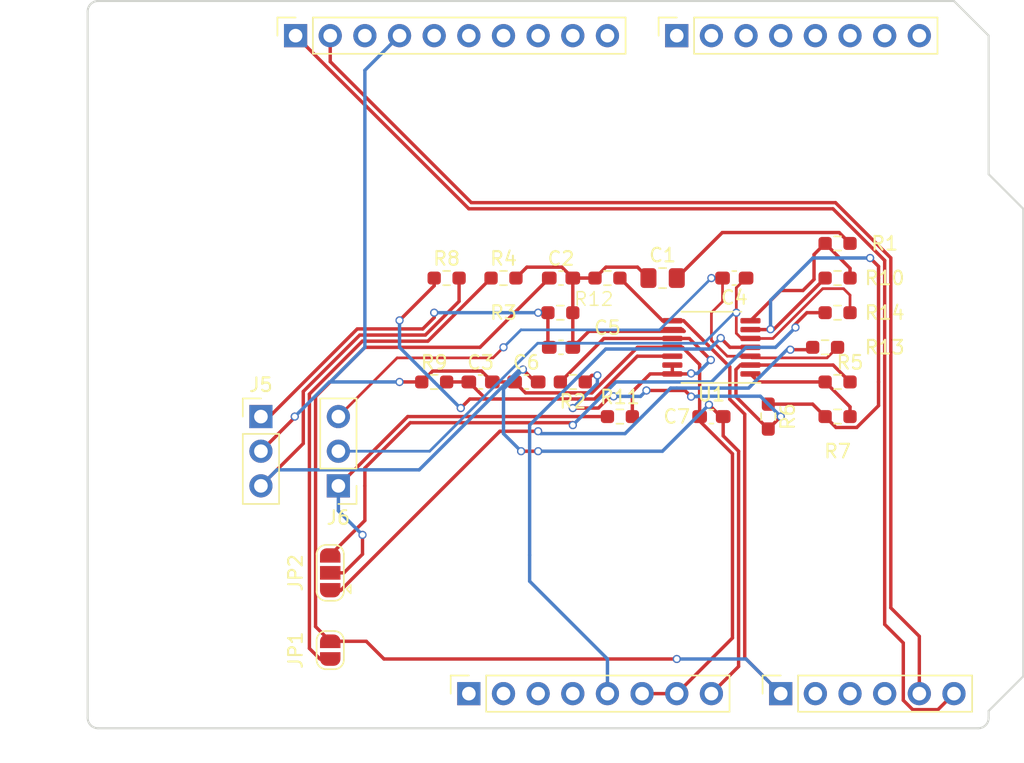
<source format=kicad_pcb>
(kicad_pcb (version 20221018) (generator pcbnew)
  (title_block (date "mar. 31 mars 2015"))
  (layers (0 "F.Cu" signal) (31 "B.Cu" signal) (34 "B.Paste" user) (35 "F.Paste" user) (36 "B.SilkS" user "B.Silkscreen") (37 "F.SilkS" user "F.Silkscreen") (38 "B.Mask" user) (39 "F.Mask" user) (44 "Edge.Cuts" user))
  (net 0 "")
  (net 1 "GND")
  (net 3 "+5V")
  (net 4 "/IOREF")
  (net 5 "/A1")
  (net 6 "/A2")
  (net 7 "/A3")
  (net 8 "/SDA{slash}A4")
  (net 9 "/SCL{slash}A5")
  (net 10 "/13")
  (net 11 "/12")
  (net 12 "/AREF")
  (net 13 "/8")
  (net 14 "/7")
  (net 15 "/*11")
  (net 16 "/*10")
  (net 17 "/*9")
  (net 18 "/4")
  (net 19 "/2")
  (net 20 "/*6")
  (net 21 "/*5")
  (net 22 "/TX{slash}1")
  (net 23 "/*3")
  (net 24 "/RX{slash}0")
  (net 25 "+3V3")
  (net 26 "VCC")
  (net 27 "/~{RESET}")
  (net 28 "bpfIN")
  (net 29 "Net-(C1-Pad2)")
  (net 30 "Net-(U1D-+)")
  (net 31 "IN+")
  (net 32 "IN-")
  (net 33 "bpfOUT")
  (net 34 "DRL")
  (net 35 "Net-(JP1-A)")
  (net 36 "Net-(JP2-A)")
  (net 37 "Net-(JP2-B)")
  (net 38 "inaOUT")
  (net 39 "Net-(U1A--)")
  (net 40 "ampRef")
  (net 41 "Net-(R5-Pad1)")
  (net 42 "Net-(U1B--)")
  (net 43 "/A0")
  (footprint "Connector_PinSocket_2.54mm:PinSocket_1x08_P2.54mm_Vertical" (layer "F.Cu") (at 127.94 97.46 90)
    (fp_text reference "J1" hide)
    (fp_text value "Power")
    (pad "1" thru_hole rect locked (at 0 0 90) (size 1.7 1.7) (drill 1) (layers "*.Cu" "*.Mask"))
    (pad "2" thru_hole oval locked (at 0 2.54 90) (size 1.7 1.7) (drill 1) (layers "*.Cu" "*.Mask") (net 4 "/IOREF"))
    (pad "3" thru_hole oval locked (at 0 5.08 90) (size 1.7 1.7) (drill 1) (layers "*.Cu" "*.Mask") (net 27 "/~{RESET}"))
    (pad "4" thru_hole oval locked (at 0 7.62 90) (size 1.7 1.7) (drill 1) (layers "*.Cu" "*.Mask") (net 25 "+3V3"))
    (pad "5" thru_hole oval locked (at 0 10.16 90) (size 1.7 1.7) (drill 1) (layers "*.Cu" "*.Mask") (net 3 "+5V"))
    (pad "6" thru_hole oval locked (at 0 12.7 90) (size 1.7 1.7) (drill 1) (layers "*.Cu" "*.Mask") (net 1 "GND"))
    (pad "7" thru_hole oval locked (at 0 15.24 90) (size 1.7 1.7) (drill 1) (layers "*.Cu" "*.Mask") (net 1 "GND"))
    (pad "8" thru_hole oval locked (at 0 17.78 90) (size 1.7 1.7) (drill 1) (layers "*.Cu" "*.Mask") (net 26 "VCC"))
  )
  (footprint "Connector_PinSocket_2.54mm:PinSocket_1x06_P2.54mm_Vertical" (layer "F.Cu") (at 150.8 97.46 90)
    (fp_text reference "J2" hide)
    (fp_text value "Analog")
    (pad "1" thru_hole rect locked (at 0 0 90) (size 1.7 1.7) (drill 1) (layers "*.Cu" "*.Mask") (net 43 "/A0"))
    (pad "2" thru_hole oval locked (at 0 2.54 90) (size 1.7 1.7) (drill 1) (layers "*.Cu" "*.Mask") (net 5 "/A1"))
    (pad "3" thru_hole oval locked (at 0 5.08 90) (size 1.7 1.7) (drill 1) (layers "*.Cu" "*.Mask") (net 6 "/A2"))
    (pad "4" thru_hole oval locked (at 0 7.62 90) (size 1.7 1.7) (drill 1) (layers "*.Cu" "*.Mask") (net 7 "/A3"))
    (pad "5" thru_hole oval locked (at 0 10.16 90) (size 1.7 1.7) (drill 1) (layers "*.Cu" "*.Mask") (net 8 "/SDA{slash}A4"))
    (pad "6" thru_hole oval locked (at 0 12.7 90) (size 1.7 1.7) (drill 1) (layers "*.Cu" "*.Mask") (net 9 "/SCL{slash}A5"))
  )
  (footprint "Connector_PinSocket_2.54mm:PinSocket_1x10_P2.54mm_Vertical" (layer "F.Cu") (at 115.24 49.2 90)
    (fp_text reference "J3" hide)
    (fp_text value "Digital/PWM")
    (pad "1" thru_hole rect locked (at 0 0 90) (size 1.7 1.7) (drill 1) (layers "*.Cu" "*.Mask") (net 9 "/SCL{slash}A5"))
    (pad "2" thru_hole oval locked (at 0 2.54 90) (size 1.7 1.7) (drill 1) (layers "*.Cu" "*.Mask") (net 8 "/SDA{slash}A4"))
    (pad "3" thru_hole oval locked (at 0 5.08 90) (size 1.7 1.7) (drill 1) (layers "*.Cu" "*.Mask") (net 12 "/AREF"))
    (pad "4" thru_hole oval locked (at 0 7.62 90) (size 1.7 1.7) (drill 1) (layers "*.Cu" "*.Mask") (net 1 "GND"))
    (pad "5" thru_hole oval locked (at 0 10.16 90) (size 1.7 1.7) (drill 1) (layers "*.Cu" "*.Mask") (net 10 "/13"))
    (pad "6" thru_hole oval locked (at 0 12.7 90) (size 1.7 1.7) (drill 1) (layers "*.Cu" "*.Mask") (net 11 "/12"))
    (pad "7" thru_hole oval locked (at 0 15.24 90) (size 1.7 1.7) (drill 1) (layers "*.Cu" "*.Mask") (net 15 "/*11"))
    (pad "8" thru_hole oval locked (at 0 17.78 90) (size 1.7 1.7) (drill 1) (layers "*.Cu" "*.Mask") (net 16 "/*10"))
    (pad "9" thru_hole oval locked (at 0 20.32 90) (size 1.7 1.7) (drill 1) (layers "*.Cu" "*.Mask") (net 17 "/*9"))
    (pad "10" thru_hole oval locked (at 0 22.86 90) (size 1.7 1.7) (drill 1) (layers "*.Cu" "*.Mask") (net 13 "/8"))
  )
  (footprint "Connector_PinSocket_2.54mm:PinSocket_1x08_P2.54mm_Vertical" (layer "F.Cu") (at 143.18 49.2 90)
    (fp_text reference "J4" hide)
    (fp_text value "Digital/PWM")
    (pad "1" thru_hole rect locked (at 0 0 90) (size 1.7 1.7) (drill 1) (layers "*.Cu" "*.Mask") (net 14 "/7"))
    (pad "2" thru_hole oval locked (at 0 2.54 90) (size 1.7 1.7) (drill 1) (layers "*.Cu" "*.Mask") (net 20 "/*6"))
    (pad "3" thru_hole oval locked (at 0 5.08 90) (size 1.7 1.7) (drill 1) (layers "*.Cu" "*.Mask") (net 21 "/*5"))
    (pad "4" thru_hole oval locked (at 0 7.62 90) (size 1.7 1.7) (drill 1) (layers "*.Cu" "*.Mask") (net 18 "/4"))
    (pad "5" thru_hole oval locked (at 0 10.16 90) (size 1.7 1.7) (drill 1) (layers "*.Cu" "*.Mask") (net 23 "/*3"))
    (pad "6" thru_hole oval locked (at 0 12.7 90) (size 1.7 1.7) (drill 1) (layers "*.Cu" "*.Mask") (net 19 "/2"))
    (pad "7" thru_hole oval locked (at 0 15.24 90) (size 1.7 1.7) (drill 1) (layers "*.Cu" "*.Mask") (net 22 "/TX{slash}1"))
    (pad "8" thru_hole oval locked (at 0 17.78 90) (size 1.7 1.7) (drill 1) (layers "*.Cu" "*.Mask") (net 24 "/RX{slash}0"))
  )
  (footprint "Resistor_SMD:R_0603_1608Metric_Pad0.98x0.95mm_HandSolder" (layer "F.Cu") (at 154.9675 64.44 180)
    (fp_text reference "R1" (at -3.4525 0) (layer "F.SilkS"))
    (fp_text value "1K")
    (pad "1" smd roundrect (at -0.9125 0 180) (size 0.975 0.95) (layers "F.Cu" "F.Paste" "F.Mask") (net 29 "Net-(C1-Pad2)"))
    (pad "2" smd roundrect (at 0.9125 0 180) (size 0.975 0.95) (layers "F.Cu" "F.Paste" "F.Mask") (net 38 "inaOUT"))
  )
  (footprint "Capacitor_SMD:C_0603_1608Metric_Pad1.08x0.95mm_HandSolder" (layer "F.Cu") (at 134.6975 72.06)
    (fp_text reference "C5" (at 3.4025 -1.43) (layer "F.SilkS"))
    (fp_text value "BPFC_C")
    (pad "1" smd roundrect (at -0.8625 0) (size 1.075 0.95) (layers "F.Cu" "F.Paste" "F.Mask") (net 33 "bpfOUT"))
    (pad "2" smd roundrect (at 0.8625 0) (size 1.075 0.95) (layers "F.Cu" "F.Paste" "F.Mask") (net 28 "bpfIN"))
  )
  (footprint "Jumper:SolderJumper-2_P1.3mm_Open_RoundedPad1.0x1.5mm" (layer "F.Cu") (at 117.78 94.27 90)
    (fp_text reference "JP1" (at 0 -2.54 90) (layer "F.SilkS"))
    (fp_text value "SolderJumper_2_Open")
    (pad "1" smd custom (at -0.65 0 90) (size 1 0.5) (layers "F.Cu" "F.Mask") (net 35 "Net-(JP1-A)") (options (clearance outline) (anchor rect)) (primitives (gr_circle (center 0 0.25) (end 0.5 0.25) (width 0) (fill yes)) (gr_circle (center 0 -0.25) (end 0.5 -0.25) (width 0) (fill yes)) (gr_poly (pts (xy 0.5 0.75) (xy 0 0.75) (xy 0 -0.75) (xy 0.5 -0.75)) (width 0) (fill yes))))
    (pad "2" smd custom (at 0.65 0 90) (size 1 0.5) (layers "F.Cu" "F.Mask") (net 43 "/A0") (options (clearance outline) (anchor rect)) (primitives (gr_circle (center 0 0.25) (end 0.5 0.25) (width 0) (fill yes)) (gr_circle (center 0 -0.25) (end 0.5 -0.25) (width 0) (fill yes)) (gr_poly (pts (xy 0 0.75) (xy -0.5 0.75) (xy -0.5 -0.75) (xy 0 -0.75)) (width 0) (fill yes))))
  )
  (footprint "Capacitor_SMD:C_0603_1608Metric_Pad1.08x0.95mm_HandSolder" (layer "F.Cu") (at 147.3975 66.98 180)
    (fp_text reference "C4" (at 0 -1.43) (layer "F.SilkS"))
    (fp_text value "1nF")
    (pad "1" smd roundrect (at -0.8625 0 180) (size 1.075 0.95) (layers "F.Cu" "F.Paste" "F.Mask") (net 31 "IN+"))
    (pad "2" smd roundrect (at 0.8625 0 180) (size 1.075 0.95) (layers "F.Cu" "F.Paste" "F.Mask") (net 32 "IN-"))
  )
  (footprint "Resistor_SMD:R_0603_1608Metric_Pad0.98x0.95mm_HandSolder" (layer "F.Cu") (at 135.56 74.6 180)
    (fp_text reference "R2" (at 0 -1.43) (layer "F.SilkS"))
    (fp_text value "220K")
    (pad "1" smd roundrect (at -0.9125 0 180) (size 0.975 0.95) (layers "F.Cu" "F.Paste" "F.Mask") (net 39 "Net-(U1A--)"))
    (pad "2" smd roundrect (at 0.9125 0 180) (size 0.975 0.95) (layers "F.Cu" "F.Paste" "F.Mask") (net 40 "ampRef"))
  )
  (footprint "Arduino_MountingHole:MountingHole_3.2mm" (layer "F.Cu") (at 110.16 49.2)
    (fp_text reference "MH1" hide)
    (fp_text value "MountingHole_3.2mm" hide)
    (pad "" np_thru_hole circle locked (at 0 0) (size 3.2 3.2) (drill 3.2) (layers "*.Cu" "*.Mask"))
  )
  (footprint "Capacitor_SMD:C_0603_1608Metric_Pad1.08x0.95mm_HandSolder" (layer "F.Cu") (at 128.8025 74.6)
    (fp_text reference "C3" (at 0 -1.43) (layer "F.SilkS"))
    (fp_text value "10uF")
    (pad "1" smd roundrect (at -0.8625 0) (size 1.075 0.95) (layers "F.Cu" "F.Paste" "F.Mask") (net 30 "Net-(U1D-+)"))
    (pad "2" smd roundrect (at 0.8625 0) (size 1.075 0.95) (layers "F.Cu" "F.Paste" "F.Mask") (net 1 "GND"))
  )
  (footprint "Resistor_SMD:R_0603_1608Metric_Pad0.98x0.95mm_HandSolder" (layer "F.Cu") (at 130.48 66.98)
    (fp_text reference "R4" (at 0 -1.43) (layer "F.SilkS"))
    (fp_text value "220K")
    (pad "1" smd roundrect (at -0.9125 0) (size 0.975 0.95) (layers "F.Cu" "F.Paste" "F.Mask") (net 35 "Net-(JP1-A)"))
    (pad "2" smd roundrect (at 0.9125 0) (size 0.975 0.95) (layers "F.Cu" "F.Paste" "F.Mask") (net 28 "bpfIN"))
  )
  (footprint "Resistor_SMD:R_0603_1608Metric_Pad0.98x0.95mm_HandSolder" (layer "F.Cu") (at 138.1 66.98 180)
    (fp_text reference "R3" (at 7.62 -2.54) (layer "F.SilkS"))
    (fp_text value "1M")
    (pad "1" smd roundrect (at -0.9125 0 180) (size 0.975 0.95) (layers "F.Cu" "F.Paste" "F.Mask") (net 43 "/A0"))
    (pad "2" smd roundrect (at 0.9125 0 180) (size 0.975 0.95) (layers "F.Cu" "F.Paste" "F.Mask") (net 28 "bpfIN"))
  )
  (footprint "Resistor_SMD:R_0603_1608Metric_Pad0.98x0.95mm_HandSolder" (layer "F.Cu") (at 134.6475 69.52)
    (fp_text reference "R12" (at 2.4525 -1) (layer "F.SilkS") (effects (font (thickness 0.1))))
    (fp_text value "BPFC_R")
    (pad "1" smd roundrect (at -0.9125 0) (size 0.975 0.95) (layers "F.Cu" "F.Paste" "F.Mask") (net 33 "bpfOUT"))
    (pad "2" smd roundrect (at 0.9125 0) (size 0.975 0.95) (layers "F.Cu" "F.Paste" "F.Mask") (net 28 "bpfIN"))
  )
  (footprint "Resistor_SMD:R_0603_1608Metric_Pad0.98x0.95mm_HandSolder" (layer "F.Cu") (at 154.9675 69.52 180)
    (fp_text reference "R14" (at -3.4525 0) (layer "F.SilkS"))
    (fp_text value "1M")
    (pad "1" smd roundrect (at -0.9125 0 180) (size 0.975 0.95) (layers "F.Cu" "F.Paste" "F.Mask") (net 31 "IN+"))
    (pad "2" smd roundrect (at 0.9125 0 180) (size 0.975 0.95) (layers "F.Cu" "F.Paste" "F.Mask") (net 37 "Net-(JP2-B)"))
  )
  (footprint "Connector_PinHeader_2.54mm:PinHeader_1x03_P2.54mm_Vertical" (layer "F.Cu") (at 112.7 77.14)
    (fp_text reference "J5" (at 0 -2.33) (layer "F.SilkS"))
    (fp_text value "BioAmp Output")
    (pad "1" thru_hole rect (at 0 0) (size 1.7 1.7) (drill 1) (layers "*.Cu" "*.Mask") (net 33 "bpfOUT"))
    (pad "2" thru_hole oval (at 0 2.54) (size 1.7 1.7) (drill 1) (layers "*.Cu" "*.Mask") (net 1 "GND"))
    (pad "3" thru_hole oval (at 0 5.08) (size 1.7 1.7) (drill 1) (layers "*.Cu" "*.Mask") (net 26 "VCC"))
  )
  (footprint "Resistor_SMD:R_0603_1608Metric_Pad0.98x0.95mm_HandSolder" (layer "F.Cu") (at 139.0125 77.14)
    (fp_text reference "R11" (at 0 -1.43) (layer "F.SilkS"))
    (fp_text value "0R")
    (pad "1" smd roundrect (at -0.9125 0) (size 0.975 0.95) (layers "F.Cu" "F.Paste" "F.Mask") (net 34 "DRL"))
    (pad "2" smd roundrect (at 0.9125 0) (size 0.975 0.95) (layers "F.Cu" "F.Paste" "F.Mask") (net 40 "ampRef"))
  )
  (footprint "Resistor_SMD:R_0603_1608Metric_Pad0.98x0.95mm_HandSolder" (layer "F.Cu") (at 154.9675 66.98 180)
    (fp_text reference "R10" (at -3.4525 0) (layer "F.SilkS"))
    (fp_text value "220K")
    (pad "1" smd roundrect (at -0.9125 0 180) (size 0.975 0.95) (layers "F.Cu" "F.Paste" "F.Mask") (net 38 "inaOUT"))
    (pad "2" smd roundrect (at 0.9125 0 180) (size 0.975 0.95) (layers "F.Cu" "F.Paste" "F.Mask") (net 42 "Net-(U1B--)"))
  )
  (footprint "Resistor_SMD:R_0603_1608Metric_Pad0.98x0.95mm_HandSolder" (layer "F.Cu") (at 125.4 74.6)
    (fp_text reference "R9" (at 0 -1.43) (layer "F.SilkS"))
    (fp_text value "1M")
    (pad "1" smd roundrect (at -0.9125 0) (size 0.975 0.95) (layers "F.Cu" "F.Paste" "F.Mask") (net 1 "GND"))
    (pad "2" smd roundrect (at 0.9125 0) (size 0.975 0.95) (layers "F.Cu" "F.Paste" "F.Mask") (net 30 "Net-(U1D-+)"))
  )
  (footprint "Resistor_SMD:R_0603_1608Metric_Pad0.98x0.95mm_HandSolder" (layer "F.Cu") (at 154.055 72.06)
    (fp_text reference "R13" (at 4.365 0) (layer "F.SilkS"))
    (fp_text value "1M")
    (pad "1" smd roundrect (at -0.9125 0) (size 0.975 0.95) (layers "F.Cu" "F.Paste" "F.Mask") (net 36 "Net-(JP2-A)"))
    (pad "2" smd roundrect (at 0.9125 0) (size 0.975 0.95) (layers "F.Cu" "F.Paste" "F.Mask") (net 32 "IN-"))
  )
  (footprint "Resistor_SMD:R_0603_1608Metric_Pad0.98x0.95mm_HandSolder" (layer "F.Cu") (at 154.9675 74.6)
    (fp_text reference "R5" (at 0.9125 -1.43) (layer "F.SilkS"))
    (fp_text value "22K")
    (pad "1" smd roundrect (at -0.9125 0) (size 0.975 0.95) (layers "F.Cu" "F.Paste" "F.Mask") (net 41 "Net-(R5-Pad1)"))
    (pad "2" smd roundrect (at 0.9125 0) (size 0.975 0.95) (layers "F.Cu" "F.Paste" "F.Mask") (net 39 "Net-(U1A--)"))
  )
  (footprint "Resistor_SMD:R_0603_1608Metric_Pad0.98x0.95mm_HandSolder" (layer "F.Cu") (at 154.9675 77.14)
    (fp_text reference "R7" (at 0 2.54) (layer "F.SilkS"))
    (fp_text value "22K")
    (pad "1" smd roundrect (at -0.9125 0) (size 0.975 0.95) (layers "F.Cu" "F.Paste" "F.Mask") (net 42 "Net-(U1B--)"))
    (pad "2" smd roundrect (at 0.9125 0) (size 0.975 0.95) (layers "F.Cu" "F.Paste" "F.Mask") (net 41 "Net-(R5-Pad1)"))
  )
  (footprint "Capacitor_SMD:C_0603_1608Metric_Pad1.08x0.95mm_HandSolder" (layer "F.Cu") (at 145.72 77.14)
    (fp_text reference "C7" (at -2.54 0) (layer "F.SilkS"))
    (fp_text value "10uF")
    (pad "1" smd roundrect (at -0.8625 0) (size 1.075 0.95) (layers "F.Cu" "F.Paste" "F.Mask") (net 1 "GND"))
    (pad "2" smd roundrect (at 0.8625 0) (size 1.075 0.95) (layers "F.Cu" "F.Paste" "F.Mask") (net 26 "VCC"))
  )
  (footprint "Jumper:SolderJumper-3_P1.3mm_Open_RoundedPad1.0x1.5mm" (layer "F.Cu") (at 117.78 88.6 90)
    (fp_text reference "JP2" (at 0 -2.54 90) (layer "F.SilkS"))
    (fp_text value "SolderJumper_3_Open")
    (pad "1" smd custom (at -1.3 0 90) (size 1 0.5) (layers "F.Cu" "F.Mask") (net 36 "Net-(JP2-A)") (options (clearance outline) (anchor rect)) (primitives (gr_circle (center 0 0.25) (end 0.5 0.25) (width 0) (fill yes)) (gr_circle (center 0 -0.25) (end 0.5 -0.25) (width 0) (fill yes)) (gr_poly (pts (xy 0.55 0.75) (xy 0 0.75) (xy 0 -0.75) (xy 0.55 -0.75)) (width 0) (fill yes))))
    (pad "2" smd rect (at 0 0 90) (size 1 1.5) (layers "F.Cu" "F.Mask") (net 34 "DRL"))
    (pad "3" smd custom (at 1.3 0 90) (size 1 0.5) (layers "F.Cu" "F.Mask") (net 37 "Net-(JP2-B)") (options (clearance outline) (anchor rect)) (primitives (gr_circle (center 0 0.25) (end 0.5 0.25) (width 0) (fill yes)) (gr_circle (center 0 -0.25) (end 0.5 -0.25) (width 0) (fill yes)) (gr_poly (pts (xy 0 0.75) (xy -0.55 0.75) (xy -0.55 -0.75) (xy 0 -0.75)) (width 0) (fill yes))))
  )
  (footprint "Resistor_SMD:R_0603_1608Metric_Pad0.98x0.95mm_HandSolder" (layer "F.Cu") (at 149.8875 77.14 -90)
    (fp_text reference "R6" (at 0 -1.43 90) (layer "F.SilkS"))
    (fp_text value "RG")
    (pad "1" smd roundrect (at -0.9125 0 270) (size 0.975 0.95) (layers "F.Cu" "F.Paste" "F.Mask") (net 42 "Net-(U1B--)"))
    (pad "2" smd roundrect (at 0.9125 0 270) (size 0.975 0.95) (layers "F.Cu" "F.Paste" "F.Mask") (net 39 "Net-(U1A--)"))
  )
  (footprint "Capacitor_SMD:C_0805_2012Metric_Pad1.18x1.45mm_HandSolder" (layer "F.Cu") (at 142.1425 66.98)
    (fp_text reference "C1" (at 0 -1.68) (layer "F.SilkS"))
    (fp_text value "47uF")
    (pad "1" smd roundrect (at -1.0375 0) (size 1.175 1.45) (layers "F.Cu" "F.Paste" "F.Mask") (roundrect_rratio 0.212766) (net 28 "bpfIN"))
    (pad "2" smd roundrect (at 1.0375 0) (size 1.175 1.45) (layers "F.Cu" "F.Paste" "F.Mask") (roundrect_rratio 0.212766) (net 29 "Net-(C1-Pad2)"))
  )
  (footprint "Capacitor_SMD:C_0603_1608Metric_Pad1.08x0.95mm_HandSolder" (layer "F.Cu") (at 134.6975 66.98)
    (fp_text reference "C2" (at 0 -1.43) (layer "F.SilkS"))
    (fp_text value "1nF")
    (pad "1" smd roundrect (at -0.8625 0) (size 1.075 0.95) (layers "F.Cu" "F.Paste" "F.Mask") (net 43 "/A0"))
    (pad "2" smd roundrect (at 0.8625 0) (size 1.075 0.95) (layers "F.Cu" "F.Paste" "F.Mask") (net 28 "bpfIN"))
  )
  (footprint "Arduino_MountingHole:MountingHole_3.2mm" (layer "F.Cu") (at 113.97 97.46)
    (fp_text reference "MH2" hide)
    (fp_text value "MountingHole_3.2mm" hide)
    (pad "" np_thru_hole circle locked (at 0 0) (size 3.2 3.2) (drill 3.2) (layers "*.Cu" "*.Mask"))
  )
  (footprint "Package_SO:TSSOP-14_4.4x5mm_P0.65mm" (layer "F.Cu") (at 145.72 72.06 180)
    (fp_text reference "U1" (at 0 -3.45) (layer "F.SilkS"))
    (fp_text value "Amp")
    (pad "1" smd roundrect (at -2.8625 -1.95 180) (size 1.475 0.4) (layers "F.Cu" "F.Paste" "F.Mask") (net 41 "Net-(R5-Pad1)"))
    (pad "2" smd roundrect (at -2.8625 -1.3 180) (size 1.475 0.4) (layers "F.Cu" "F.Paste" "F.Mask") (net 39 "Net-(U1A--)"))
    (pad "3" smd roundrect (at -2.8625 -0.65 180) (size 1.475 0.4) (layers "F.Cu" "F.Paste" "F.Mask") (net 32 "IN-"))
    (pad "4" smd roundrect (at -2.8625 0 180) (size 1.475 0.4) (layers "F.Cu" "F.Paste" "F.Mask") (net 3 "+5V"))
    (pad "5" smd roundrect (at -2.8625 0.65 180) (size 1.475 0.4) (layers "F.Cu" "F.Paste" "F.Mask") (net 31 "IN+"))
    (pad "6" smd roundrect (at -2.8625 1.3 180) (size 1.475 0.4) (layers "F.Cu" "F.Paste" "F.Mask") (net 42 "Net-(U1B--)"))
    (pad "7" smd roundrect (at -2.8625 1.95 180) (size 1.475 0.4) (layers "F.Cu" "F.Paste" "F.Mask") (net 38 "inaOUT"))
    (pad "8" smd roundrect (at 2.8625 1.95 180) (size 1.475 0.4) (layers "F.Cu" "F.Paste" "F.Mask") (net 43 "/A0"))
    (pad "9" smd roundrect (at 2.8625 1.3 180) (size 1.475 0.4) (layers "F.Cu" "F.Paste" "F.Mask") (net 28 "bpfIN"))
    (pad "10" smd roundrect (at 2.8625 0.65 180) (size 1.475 0.4) (layers "F.Cu" "F.Paste" "F.Mask") (net 40 "ampRef"))
    (pad "11" smd roundrect (at 2.8625 0 180) (size 1.475 0.4) (layers "F.Cu" "F.Paste" "F.Mask") (net 1 "GND"))
    (pad "12" smd roundrect (at 2.8625 -0.65 180) (size 1.475 0.4) (layers "F.Cu" "F.Paste" "F.Mask") (net 30 "Net-(U1D-+)"))
    (pad "13" smd roundrect (at 2.8625 -1.3 180) (size 1.475 0.4) (layers "F.Cu" "F.Paste" "F.Mask") (net 40 "ampRef"))
    (pad "14" smd roundrect (at 2.8625 -1.95 180) (size 1.475 0.4) (layers "F.Cu" "F.Paste" "F.Mask") (net 40 "ampRef"))
  )
  (footprint "Arduino_MountingHole:MountingHole_3.2mm" (layer "F.Cu") (at 166.04 64.44)
    (fp_text reference "MH3" hide)
    (fp_text value "MountingHole_3.2mm" hide)
    (pad "" np_thru_hole circle locked (at 0 0) (size 3.2 3.2) (drill 3.2) (layers "*.Cu" "*.Mask"))
  )
  (footprint "Connector_PinHeader_2.54mm:PinHeader_1x03_P2.54mm_Vertical" (layer "F.Cu") (at 118.3775 82.22 180)
    (fp_text reference "J6" (at 0 -2.33) (layer "F.SilkS"))
    (fp_text value "BioAmp Input")
    (pad "1" thru_hole rect (at 0 0 180) (size 1.7 1.7) (drill 1) (layers "*.Cu" "*.Mask") (net 34 "DRL"))
    (pad "2" thru_hole oval (at 0 2.54 180) (size 1.7 1.7) (drill 1) (layers "*.Cu" "*.Mask") (net 31 "IN+"))
    (pad "3" thru_hole oval (at 0 5.08 180) (size 1.7 1.7) (drill 1) (layers "*.Cu" "*.Mask") (net 32 "IN-"))
  )
  (footprint "Arduino_MountingHole:MountingHole_3.2mm" (layer "F.Cu") (at 166.04 92.38)
    (fp_text reference "MH4" hide)
    (fp_text value "MountingHole_3.2mm" hide)
    (pad "" np_thru_hole circle locked (at 0 0) (size 3.2 3.2) (drill 3.2) (layers "*.Cu" "*.Mask"))
  )
  (footprint "Resistor_SMD:R_0603_1608Metric_Pad0.98x0.95mm_HandSolder" (layer "F.Cu") (at 126.3125 66.98)
    (fp_text reference "R8" (at 0 -1.43) (layer "F.SilkS"))
    (fp_text value "1M")
    (pad "1" smd roundrect (at -0.9125 0) (size 0.975 0.95) (layers "F.Cu" "F.Paste" "F.Mask") (net 30 "Net-(U1D-+)"))
    (pad "2" smd roundrect (at 0.9125 0) (size 0.975 0.95) (layers "F.Cu" "F.Paste" "F.Mask") (net 26 "VCC"))
  )
  (footprint "Capacitor_SMD:C_0603_1608Metric_Pad1.08x0.95mm_HandSolder" (layer "F.Cu") (at 132.1575 74.6)
    (fp_text reference "C6" (at 0 -1.43) (layer "F.SilkS"))
    (fp_text value "100nF")
    (pad "1" smd roundrect (at -0.8625 0) (size 1.075 0.95) (layers "F.Cu" "F.Paste" "F.Mask") (net 1 "GND"))
    (pad "2" smd roundrect (at 0.8625 0) (size 1.075 0.95) (layers "F.Cu" "F.Paste" "F.Mask") (net 26 "VCC"))
  )
  (gr_line (start 166.04 59.36) (end 168.58 61.9) (stroke (width 0.15)) (layer "Edge.Cuts"))
  (gr_line (start 100 99.238) (end 100 47.422) (stroke (width 0.15)) (layer "Edge.Cuts"))
  (gr_line (start 168.58 61.9) (end 168.58 96.19) (stroke (width 0.15)) (layer "Edge.Cuts"))
  (gr_line (start 165.278 100) (end 100.762 100) (stroke (width 0.15)) (layer "Edge.Cuts"))
  (gr_line (start 100.762 46.66) (end 163.5 46.66) (stroke (width 0.15)) (layer "Edge.Cuts"))
  (gr_arc (start 100.762 100) (mid 100.223185 99.776815) (end 100 99.238) (stroke (width 0.15)) (layer "Edge.Cuts"))
  (gr_line (start 168.58 96.19) (end 166.04 98.73) (stroke (width 0.15)) (layer "Edge.Cuts"))
  (gr_line (start 163.5 46.66) (end 166.04 49.2) (stroke (width 0.15)) (layer "Edge.Cuts"))
  (gr_arc (start 166.04 99.238) (mid 165.816815 99.776815) (end 165.278 100) (stroke (width 0.15)) (layer "Edge.Cuts"))
  (gr_line (start 166.04 49.2) (end 166.04 59.36) (stroke (width 0.15)) (layer "Edge.Cuts"))
  (gr_line (start 166.04 98.73) (end 166.04 99.238) (stroke (width 0.15)) (layer "Edge.Cuts"))
  (gr_arc (start 100 47.422) (mid 100.223185 46.883185) (end 100.762 46.66) (stroke (width 0.15)) (layer "Edge.Cuts"))
  (segment (start 143.18 97.46) (end 147.2625 93.3775) (width 0.25) (layer "F.Cu") (net 1))
  (segment (start 136.962076 75.4) (end 132.095 75.4) (width 0.25) (layer "F.Cu") (net 1))
  (segment (start 147.2625 79.866396) (end 144.8575 77.461396) (width 0.25) (layer "F.Cu") (net 1))
  (segment (start 131.295 74.6) (end 129.665 74.6) (width 0.25) (layer "F.Cu") (net 1))
  (segment (start 140.64 97.46) (end 143.18 97.46) (width 0.25) (layer "F.Cu") (net 1))
  (segment (start 144.8575 73.322501) (end 144.8575 77.14) (width 0.25) (layer "F.Cu") (net 1))
  (segment (start 128.865 73.8) (end 129.665 74.6) (width 0.25) (layer "F.Cu") (net 1))
  (segment (start 124.4875 74.6) (end 125.2875 73.8) (width 0.25) (layer "F.Cu") (net 1))
  (segment (start 147.2625 93.3775) (end 147.2625 79.866396) (width 0.25) (layer "F.Cu") (net 1))
  (segment (start 122.86 74.6) (end 124.4875 74.6) (width 0.25) (layer "F.Cu") (net 1))
  (segment (start 112.7 79.68) (end 115.18 77.2) (width 0.25) (layer "F.Cu") (net 1))
  (segment (start 142.8575 72.06) (end 140.302076 72.06) (width 0.25) (layer "F.Cu") (net 1))
  (segment (start 115.18 77.2) (end 115.18 77.14) (width 0.25) (layer "F.Cu") (net 1))
  (segment (start 143.594999 72.06) (end 144.8575 73.322501) (width 0.25) (layer "F.Cu") (net 1))
  (segment (start 132.095 75.4) (end 131.295 74.6) (width 0.25) (layer "F.Cu") (net 1))
  (segment (start 144.8575 77.461396) (end 144.8575 77.14) (width 0.25) (layer "F.Cu") (net 1))
  (segment (start 142.8575 72.06) (end 143.594999 72.06) (width 0.25) (layer "F.Cu") (net 1))
  (segment (start 140.302076 72.06) (end 136.962076 75.4) (width 0.25) (layer "F.Cu") (net 1))
  (segment (start 125.2875 73.8) (end 128.865 73.8) (width 0.25) (layer "F.Cu") (net 1))
  (via (at 122.86 74.6) (size 0.6) (drill 0.4) (layers "F.Cu" "B.Cu") (net 1))
  (via (at 115.18 77.14) (size 0.6) (drill 0.4) (layers "F.Cu" "B.Cu") (net 1))
  (segment (start 115.18 77.14) (end 117.72 74.6) (width 0.25) (layer "B.Cu") (net 1))
  (segment (start 117.72 74.6) (end 117.78 74.6) (width 0.25) (layer "B.Cu") (net 1))
  (segment (start 117.78 74.6) (end 122.86 74.6) (width 0.25) (layer "B.Cu") (net 1))
  (segment (start 120.32 72.06) (end 120.32 51.74) (width 0.25) (layer "B.Cu") (net 1))
  (segment (start 120.32 51.74) (end 122.86 49.2) (width 0.25) (layer "B.Cu") (net 1))
  (segment (start 117.78 74.6) (end 120.32 72.06) (width 0.25) (layer "B.Cu") (net 1))
  (segment (start 148.5825 72.06) (end 147.080965 72.06) (width 0.25) (layer "F.Cu") (net 3))
  (segment (start 147.080965 72.06) (end 146.400478 71.379513) (width 0.25) (layer "F.Cu") (net 3))
  (via (at 146.400478 71.379513) (size 0.6) (drill 0.4) (layers "F.Cu" "B.Cu") (net 3))
  (segment (start 137.97552 72.18448) (end 145.59552 72.18448) (width 0.25) (layer "B.Cu") (net 3))
  (segment (start 138.1 97.46) (end 138.1 94.92) (width 0.25) (layer "B.Cu") (net 3))
  (segment (start 132.395 89.215) (end 132.395 87.3) (width 0.25) (layer "B.Cu") (net 3))
  (segment (start 146.400478 71.379513) (end 146.400478 71.379522) (width 0.25) (layer "B.Cu") (net 3))
  (segment (start 132.395 77.765) (end 137.97552 72.18448) (width 0.25) (layer "B.Cu") (net 3))
  (segment (start 138.1 94.92) (end 132.395 89.215) (width 0.25) (layer "B.Cu") (net 3))
  (segment (start 145.59552 72.18448) (end 145.72 72.06) (width 0.25) (layer "B.Cu") (net 3))
  (segment (start 132.395 77.765) (end 132.395 87.3) (width 0.25) (layer "B.Cu") (net 3))
  (segment (start 146.400478 71.379522) (end 145.72 72.06) (width 0.25) (layer "B.Cu") (net 3))
  (segment (start 128.126396 61.45) (end 117.78 51.103604) (width 0.25) (layer "F.Cu") (net 8))
  (segment (start 154.815972 61.45) (end 128.126396 61.45) (width 0.25) (layer "F.Cu") (net 8))
  (segment (start 158.87 91.168299) (end 158.87 65.504028) (width 0.25) (layer "F.Cu") (net 8))
  (segment (start 158.87 65.504028) (end 154.815972 61.45) (width 0.25) (layer "F.Cu") (net 8))
  (segment (start 117.78 51.103604) (end 117.78 49.2) (width 0.25) (layer "F.Cu") (net 8))
  (segment (start 160.96 97.46) (end 160.96 93.258299) (width 0.25) (layer "F.Cu") (net 8))
  (segment (start 160.96 93.258299) (end 158.87 91.168299) (width 0.25) (layer "F.Cu") (net 8))
  (segment (start 154.629576 61.9) (end 127.94 61.9) (width 0.25) (layer "F.Cu") (net 9))
  (segment (start 159.785 97.946701) (end 159.785 93.745) (width 0.25) (layer "F.Cu") (net 9))
  (segment (start 158.42 92.38) (end 158.42 65.690424) (width 0.25) (layer "F.Cu") (net 9))
  (segment (start 163.5 97.46) (end 162.325 98.635) (width 0.25) (layer "F.Cu") (net 9))
  (segment (start 162.325 98.635) (end 160.473299 98.635) (width 0.25) (layer "F.Cu") (net 9))
  (segment (start 159.785 93.745) (end 158.42 92.38) (width 0.25) (layer "F.Cu") (net 9))
  (segment (start 127.94 61.9) (end 115.24 49.2) (width 0.25) (layer "F.Cu") (net 9))
  (segment (start 160.473299 98.635) (end 159.785 97.946701) (width 0.25) (layer "F.Cu") (net 9))
  (segment (start 158.42 65.690424) (end 154.629576 61.9) (width 0.25) (layer "F.Cu") (net 9))
  (segment (start 112.7 82.22) (end 115.805 79.115) (width 0.25) (layer "F.Cu") (net 26))
  (segment (start 119.947208 71.16) (end 124.751104 71.16) (width 0.25) (layer "F.Cu") (net 26))
  (segment (start 145.72 97.46) (end 147.7125 95.4675) (width 0.25) (layer "F.Cu") (net 26))
  (segment (start 133.02 79.68) (end 131.77 79.68) (width 0.25) (layer "F.Cu") (net 26))
  (segment (start 124.751104 71.16) (end 127.225 68.686104) (width 0.25) (layer "F.Cu") (net 26))
  (segment (start 127.225 68.686104) (end 127.225 66.98) (width 0.25) (layer "F.Cu") (net 26))
  (segment (start 147.7125 95.4675) (end 147.7125 79.68) (width 0.25) (layer "F.Cu") (net 26))
  (segment (start 147.7125 79.68) (end 146.5825 78.55) (width 0.25) (layer "F.Cu") (net 26))
  (segment (start 132.816546 74.6) (end 131.905056 73.68851) (width 0.25) (layer "F.Cu") (net 26))
  (segment (start 133.02 74.6) (end 132.816546 74.6) (width 0.25) (layer "F.Cu") (net 26))
  (segment (start 115.805 75.302208) (end 119.947208 71.16) (width 0.25) (layer "F.Cu") (net 26))
  (segment (start 146.5825 78.55) (end 146.5825 77.14) (width 0.25) (layer "F.Cu") (net 26))
  (segment (start 146.5825 77.14) (end 146.409024 77.14) (width 0.25) (layer "F.Cu") (net 26))
  (segment (start 115.805 79.115) (end 115.805 75.302208) (width 0.25) (layer "F.Cu") (net 26))
  (segment (start 146.409024 77.14) (end 145.540355 76.271331) (width 0.25) (layer "F.Cu") (net 26))
  (via (at 145.540355 76.271331) (size 0.6) (drill 0.4) (layers "F.Cu" "B.Cu") (net 26))
  (via (at 131.77 79.68) (size 0.6) (drill 0.4) (layers "F.Cu" "B.Cu") (net 26))
  (via (at 133.02 79.68) (size 0.6) (drill 0.4) (layers "F.Cu" "B.Cu") (net 26))
  (via (at 131.905056 73.68851) (size 0.6) (drill 0.4) (layers "F.Cu" "B.Cu") (net 26))
  (segment (start 131.905056 73.68851) (end 131.945 73.728454) (width 0.25) (layer "B.Cu") (net 26))
  (segment (start 130.48 78.39) (end 131.77 79.68) (width 0.25) (layer "B.Cu") (net 26))
  (segment (start 145.540355 76.271331) (end 142.131686 79.68) (width 0.25) (layer "B.Cu") (net 26))
  (segment (start 131.905056 73.68851) (end 130.48 75.113566) (width 0.25) (layer "B.Cu") (net 26))
  (segment (start 130.48 75.113566) (end 130.48 78.39) (width 0.25) (layer "B.Cu") (net 26))
  (segment (start 142.131686 79.68) (end 133.02 79.68) (width 0.25) (layer "B.Cu") (net 26))
  (segment (start 113.875 81.045) (end 124.301077 81.045) (width 0.25) (layer "B.Cu") (net 26))
  (segment (start 124.301077 81.045) (end 131.657567 73.68851) (width 0.25) (layer "B.Cu") (net 26))
  (segment (start 112.7 82.22) (end 113.875 81.045) (width 0.25) (layer "B.Cu") (net 26))
  (segment (start 131.657567 73.68851) (end 131.905056 73.68851) (width 0.25) (layer "B.Cu") (net 26))
  (segment (start 137.1875 66.98) (end 137.9875 66.18) (width 0.25) (layer "F.Cu") (net 28))
  (segment (start 142.8575 70.76) (end 143.594999 70.76) (width 0.25) (layer "F.Cu") (net 28))
  (segment (start 136.735 70.885) (end 135.56 72.06) (width 0.25) (layer "F.Cu") (net 28))
  (segment (start 137.9875 66.18) (end 140.305 66.18) (width 0.25) (layer "F.Cu") (net 28))
  (segment (start 140.305 66.18) (end 141.105 66.98) (width 0.25) (layer "F.Cu") (net 28))
  (segment (start 135.56 66.98) (end 137.1875 66.98) (width 0.25) (layer "F.Cu") (net 28))
  (segment (start 134.76 66.18) (end 135.56 66.98) (width 0.25) (layer "F.Cu") (net 28))
  (segment (start 143.594999 70.76) (end 143.719999 70.885) (width 0.25) (layer "F.Cu") (net 28))
  (segment (start 131.3925 66.98) (end 132.1925 66.18) (width 0.25) (layer "F.Cu") (net 28))
  (segment (start 135.56 69.52) (end 135.56 66.98) (width 0.25) (layer "F.Cu") (net 28))
  (segment (start 132.1925 66.18) (end 134.76 66.18) (width 0.25) (layer "F.Cu") (net 28))
  (segment (start 135.56 69.52) (end 135.56 72.06) (width 0.25) (layer "F.Cu") (net 28))
  (segment (start 143.719999 70.885) (end 136.735 70.885) (width 0.25) (layer "F.Cu") (net 28))
  (segment (start 155.08 63.64) (end 155.88 64.44) (width 0.25) (layer "F.Cu") (net 29))
  (segment (start 146.52 63.64) (end 155.08 63.64) (width 0.25) (layer "F.Cu") (net 29))
  (segment (start 143.18 66.98) (end 146.52 63.64) (width 0.25) (layer "F.Cu") (net 29))
  (segment (start 125.4 66.98) (end 125.4 67.545) (width 0.25) (layer "F.Cu") (net 30))
  (segment (start 126.3125 74.6) (end 127.94 74.6) (width 0.25) (layer "F.Cu") (net 30))
  (segment (start 137.148472 75.85) (end 129.19 75.85) (width 0.25) (layer "F.Cu") (net 30))
  (segment (start 127.348254 76.515) (end 128.013254 75.85) (width 0.25) (layer "F.Cu") (net 30))
  (segment (start 125.4 67.545) (end 122.86 70.085) (width 0.25) (layer "F.Cu") (net 30))
  (segment (start 129.19 75.85) (end 127.94 74.6) (width 0.25) (layer "F.Cu") (net 30))
  (segment (start 128.013254 75.85) (end 129.19 75.85) (width 0.25) (layer "F.Cu") (net 30))
  (segment (start 142.8575 72.71) (end 140.288472 72.71) (width 0.25) (layer "F.Cu") (net 30))
  (segment (start 140.288472 72.71) (end 137.148472 75.85) (width 0.25) (layer "F.Cu") (net 30))
  (via (at 122.86 70.085) (size 0.6) (drill 0.4) (layers "F.Cu" "B.Cu") (net 30))
  (via (at 127.348254 76.515) (size 0.6) (drill 0.4) (layers "F.Cu" "B.Cu") (net 30))
  (segment (start 125.4 74.6) (end 127.315 76.515) (width 0.25) (layer "B.Cu") (net 30))
  (segment (start 127.315 76.515) (end 127.348254 76.515) (width 0.25) (layer "B.Cu") (net 30))
  (segment (start 122.86 70.085) (end 122.86 72.06) (width 0.25) (layer "B.Cu") (net 30))
  (segment (start 122.86 72.06) (end 125.4 74.6) (width 0.25) (layer "B.Cu") (net 30))
  (segment (start 155.88 68.234222) (end 155.88 69.52) (width 0.2) (layer "F.Cu") (net 31))
  (segment (start 150.22604 71.41) (end 153.88104 67.755) (width 0.2) (layer "F.Cu") (net 31))
  (segment (start 153.88104 67.755) (end 155.400778 67.755) (width 0.2) (layer "F.Cu") (net 31))
  (segment (start 155.400778 67.755) (end 155.88 68.234222) (width 0.2) (layer "F.Cu") (net 31))
  (segment (start 147.545 71.028456) (end 147.926544 71.41) (width 0.2) (layer "F.Cu") (net 31))
  (segment (start 147.926544 71.41) (end 148.5825 71.41) (width 0.2) (layer "F.Cu") (net 31))
  (segment (start 148.5825 71.41) (end 150.22604 71.41) (width 0.2) (layer "F.Cu") (net 31))
  (segment (start 147.545 69.52) (end 147.545 71.028456) (width 0.2) (layer "F.Cu") (net 31))
  (segment (start 147.545 67.695) (end 147.545 69.52) (width 0.2) (layer "F.Cu") (net 31))
  (segment (start 148.26 66.98) (end 147.545 67.695) (width 0.2) (layer "F.Cu") (net 31))
  (via (at 147.545 69.52) (size 0.6) (drill 0.4) (layers "F.Cu" "B.Cu") (net 31))
  (segment (start 132.985557 71.75948) (end 145.171982 71.75948) (width 0.2) (layer "B.Cu") (net 31))
  (segment (start 145.171982 71.75948) (end 147.411462 69.52) (width 0.2) (layer "B.Cu") (net 31))
  (segment (start 147.411462 69.52) (end 147.545 69.52) (width 0.2) (layer "B.Cu") (net 31))
  (segment (start 118.3775 79.68) (end 125.065037 79.68) (width 0.2) (layer "B.Cu") (net 31))
  (segment (start 125.065037 79.68) (end 132.985557 71.75948) (width 0.2) (layer "B.Cu") (net 31))
  (segment (start 146.535 68.705) (end 146.535 66.98) (width 0.2) (layer "F.Cu") (net 32))
  (segment (start 122.6825 72.835) (end 129.705 72.835) (width 0.2) (layer "F.Cu") (net 32))
  (segment (start 118.3775 77.14) (end 122.6825 72.835) (width 0.2) (layer "F.Cu") (net 32))
  (segment (start 154.9675 72.06) (end 154.1925 72.835) (width 0.2) (layer "F.Cu") (net 32))
  (segment (start 146.882435 72.71) (end 145.72 71.547565) (width 0.2) (layer "F.Cu") (net 32))
  (segment (start 145.72 66.98) (end 146.535 66.98) (width 0.2) (layer "F.Cu") (net 32))
  (segment (start 148.7075 72.835) (end 148.5825 72.71) (width 0.2) (layer "F.Cu") (net 32))
  (segment (start 154.1925 72.835) (end 148.7075 72.835) (width 0.2) (layer "F.Cu") (net 32))
  (segment (start 145.72 71.547565) (end 145.72 69.52) (width 0.2) (layer "F.Cu") (net 32))
  (segment (start 148.5825 72.71) (end 146.882435 72.71) (width 0.2) (layer "F.Cu") (net 32))
  (segment (start 129.705 72.835) (end 130.48 72.06) (width 0.2) (layer "F.Cu") (net 32))
  (segment (start 145.72 69.52) (end 146.535 68.705) (width 0.2) (layer "F.Cu") (net 32))
  (via (at 145.72 66.98) (size 0.6) (drill 0.4) (layers "F.Cu" "B.Cu") (net 32))
  (via (at 130.48 72.06) (size 0.6) (drill 0.4) (layers "F.Cu" "B.Cu") (net 32))
  (segment (start 141.920487 70.779513) (end 145.72 66.98) (width 0.2) (layer "B.Cu") (net 32))
  (segment (start 131.760487 70.779513) (end 141.920487 70.779513) (width 0.2) (layer "B.Cu") (net 32))
  (segment (start 130.48 72.06) (end 131.760487 70.779513) (width 0.2) (layer "B.Cu") (net 32))
  (segment (start 119.760812 70.71) (end 124.564708 70.71) (width 0.25) (layer "F.Cu") (net 33))
  (segment (start 113.330812 77.14) (end 119.365406 71.105406) (width 0.25) (layer "F.Cu") (net 33))
  (segment (start 133.735 71.96) (end 133.835 72.06) (width 0.25) (layer "F.Cu") (net 33))
  (segment (start 119.365406 71.105406) (end 119.760812 70.71) (width 0.25) (layer "F.Cu") (net 33))
  (segment (start 133.02 69.52) (end 133.735 69.52) (width 0.25) (layer "F.Cu") (net 33))
  (segment (start 124.564708 70.71) (end 125.4 69.874708) (width 0.25) (layer "F.Cu") (net 33))
  (segment (start 112.7 77.14) (end 113.330812 77.14) (width 0.25) (layer "F.Cu") (net 33))
  (segment (start 133.735 69.52) (end 133.735 71.96) (width 0.25) (layer "F.Cu") (net 33))
  (segment (start 125.4 69.874708) (end 125.4 69.52) (width 0.25) (layer "F.Cu") (net 33))
  (via (at 133.02 69.52) (size 0.6) (drill 0.4) (layers "F.Cu" "B.Cu") (net 33))
  (via (at 125.4 69.52) (size 0.6) (drill 0.4) (layers "F.Cu" "B.Cu") (net 33))
  (segment (start 125.4 69.52) (end 133.02 69.52) (width 0.25) (layer "B.Cu") (net 33))
  (segment (start 117.78 88.6) (end 118.78 88.6) (width 0.25) (layer "F.Cu") (net 34))
  (segment (start 120.145825 87.234175) (end 120.145825 85.818059) (width 0.25) (layer "F.Cu") (net 34))
  (segment (start 123.4575 77.14) (end 118.3775 82.22) (width 0.25) (layer "F.Cu") (net 34))
  (segment (start 118.78 88.6) (end 120.145825 87.234175) (width 0.25) (layer "F.Cu") (net 34))
  (segment (start 138.1 77.14) (end 123.4575 77.14) (width 0.25) (layer "F.Cu") (net 34))
  (via (at 120.145825 85.818059) (size 0.6) (drill 0.4) (layers "F.Cu" "B.Cu") (net 34))
  (segment (start 120.145825 85.818059) (end 118.3775 84.049734) (width 0.25) (layer "B.Cu") (net 34))
  (segment (start 118.3775 84.049734) (end 118.3775 82.22) (width 0.25) (layer "B.Cu") (net 34))
  (segment (start 116.255 75.488604) (end 116.255 94.145) (width 0.25) (layer "F.Cu") (net 35))
  (segment (start 116.255 94.145) (end 117.03 94.92) (width 0.25) (layer "F.Cu") (net 35))
  (segment (start 117.03 94.92) (end 117.78 94.92) (width 0.25) (layer "F.Cu") (net 35))
  (segment (start 129.5675 66.98) (end 124.9375 71.61) (width 0.25) (layer "F.Cu") (net 35))
  (segment (start 124.9375 71.61) (end 120.133604 71.61) (width 0.25) (layer "F.Cu") (net 35))
  (segment (start 120.133604 71.61) (end 116.255 75.488604) (width 0.25) (layer "F.Cu") (net 35))
  (segment (start 152.9675 72.235) (end 153.1425 72.06) (width 0.25) (layer "F.Cu") (net 36))
  (segment (start 133.02 78.04) (end 133.02 78.215) (width 0.25) (layer "F.Cu") (net 36))
  (segment (start 118.53 89.9) (end 130.215 78.215) (width 0.25) (layer "F.Cu") (net 36))
  (segment (start 151.507842 72.235) (end 152.9675 72.235) (width 0.25) (layer "F.Cu") (net 36))
  (segment (start 130.215 78.215) (end 133.02 78.215) (width 0.25) (layer "F.Cu") (net 36))
  (segment (start 117.78 89.9) (end 118.53 89.9) (width 0.25) (layer "F.Cu") (net 36))
  (via (at 151.507842 72.235) (size 0.6) (drill 0.4) (layers "F.Cu" "B.Cu") (net 36))
  (via (at 133.02 78.215) (size 0.6) (drill 0.4) (layers "F.Cu" "B.Cu") (net 36))
  (segment (start 133.02 78.215) (end 133.195 78.39) (width 0.25) (layer "B.Cu") (net 36))
  (segment (start 151.436396 72.06) (end 151.507842 72.131446) (width 0.25) (layer "B.Cu") (net 36))
  (segment (start 142.73 75.05) (end 143.18 75.05) (width 0.25) (layer "B.Cu") (net 36))
  (segment (start 148.578198 74.918198) (end 151.436396 72.06) (width 0.25) (layer "B.Cu") (net 36))
  (segment (start 140.64 77.14) (end 142.73 75.05) (width 0.25) (layer "B.Cu") (net 36))
  (segment (start 151.507842 72.131446) (end 151.507842 72.235) (width 0.25) (layer "B.Cu") (net 36))
  (segment (start 143.18 75.05) (end 148.446396 75.05) (width 0.25) (layer "B.Cu") (net 36))
  (segment (start 133.195 78.39) (end 139.39 78.39) (width 0.25) (layer "B.Cu") (net 36))
  (segment (start 148.446396 75.05) (end 148.578198 74.918198) (width 0.25) (layer "B.Cu") (net 36))
  (segment (start 139.39 78.39) (end 140.64 77.14) (width 0.25) (layer "B.Cu") (net 36))
  (segment (start 154.055 69.52) (end 152.71708 69.52) (width 0.25) (layer "F.Cu") (net 37))
  (segment (start 152.71708 69.52) (end 151.75854 70.47854) (width 0.25) (layer "F.Cu") (net 37))
  (segment (start 117.78 87.3) (end 120.32 84.76) (width 0.25) (layer "F.Cu") (net 37))
  (segment (start 123.643896 77.59) (end 135.56 77.59) (width 0.25) (layer "F.Cu") (net 37))
  (segment (start 120.32 82.22) (end 120.32 80.913896) (width 0.25) (layer "F.Cu") (net 37))
  (segment (start 135.56 77.59) (end 135.56 77.765) (width 0.25) (layer "F.Cu") (net 37))
  (segment (start 120.32 80.913896) (end 123.476948 77.756948) (width 0.25) (layer "F.Cu") (net 37))
  (segment (start 120.32 84.76) (end 120.32 82.22) (width 0.25) (layer "F.Cu") (net 37))
  (segment (start 123.476948 77.756948) (end 123.643896 77.59) (width 0.25) (layer "F.Cu") (net 37))
  (via (at 151.882285 70.602285) (size 0.6) (drill 0.4) (layers "F.Cu" "B.Cu") (net 37))
  (via (at 135.56 77.765) (size 0.6) (drill 0.4) (layers "F.Cu" "B.Cu") (net 37))
  (segment (start 135.56 77.765) (end 138.725 74.6) (width 0.25) (layer "B.Cu") (net 37))
  (segment (start 148.26 72.06) (end 145.72 74.6) (width 0.25) (layer "B.Cu") (net 37))
  (segment (start 138.725 74.6) (end 145.72 74.6) (width 0.25) (layer "B.Cu") (net 37))
  (segment (start 151.882285 70.602285) (end 150.42457 72.06) (width 0.25) (layer "B.Cu") (net 37))
  (segment (start 150.42457 72.06) (end 148.26 72.06) (width 0.25) (layer "B.Cu") (net 37))
  (segment (start 148.5825 70.11) (end 150.8 67.8925) (width 0.25) (layer "F.Cu") (net 38))
  (segment (start 155.88 66.265) (end 154.055 64.44) (width 0.25) (layer "F.Cu") (net 38))
  (segment (start 154.055 64.6375) (end 154.055 64.44) (width 0.25) (layer "F.Cu") (net 38))
  (segment (start 150.8 67.8925) (end 152.4275 67.8925) (width 0.25) (layer "F.Cu") (net 38))
  (segment (start 155.88 66.98) (end 155.88 66.265) (width 0.25) (layer "F.Cu") (net 38))
  (segment (start 153.2425 65.2525) (end 154.055 64.44) (width 0.25) (layer "F.Cu") (net 38))
  (segment (start 153.2425 67.0775) (end 153.2425 65.2525) (width 0.25) (layer "F.Cu") (net 38))
  (segment (start 152.4275 67.8925) (end 153.2425 67.0775) (width 0.25) (layer "F.Cu") (net 38))
  (segment (start 136.955746 74.116754) (end 136.4725 74.6) (width 0.25) (layer "F.Cu") (net 39))
  (segment (start 137.361438 74.116754) (end 136.955746 74.116754) (width 0.25) (layer "F.Cu") (net 39))
  (segment (start 147.52 75.685) (end 147.52 73.685001) (width 0.25) (layer "F.Cu") (net 39))
  (segment (start 155.88 74.6) (end 154.64 73.36) (width 0.25) (layer "F.Cu") (net 39))
  (segment (start 150.8 77.14) (end 149.8875 78.0525) (width 0.25) (layer "F.Cu") (net 39))
  (segment (start 147.52 73.685001) (end 147.845001 73.36) (width 0.25) (layer "F.Cu") (net 39))
  (segment (start 149.8875 78.0525) (end 147.52 75.685) (width 0.25) (layer "F.Cu") (net 39))
  (segment (start 136.4725 74.6) (end 136.53784 74.6) (width 0.25) (layer "F.Cu") (net 39))
  (segment (start 154.64 73.36) (end 148.5825 73.36) (width 0.25) (layer "F.Cu") (net 39))
  (segment (start 138.550847 75.658037) (end 138.292387 75.658037) (width 0.25) (layer "F.Cu") (net 39))
  (segment (start 144.2325 75.675) (end 143.7825 75.225) (width 0.25) (layer "F.Cu") (net 39))
  (segment (start 138.292387 75.658037) (end 137.435424 76.515) (width 0.25) (layer "F.Cu") (net 39))
  (segment (start 143.7825 75.225) (end 140.958198 75.225) (width 0.25) (layer "F.Cu") (net 39))
  (segment (start 147.845001 73.36) (end 148.5825 73.36) (width 0.25) (layer "F.Cu") (net 39))
  (segment (start 137.435424 76.515) (end 135.56 76.515) (width 0.25) (layer "F.Cu") (net 39))
  (via (at 140.958198 75.225) (size 0.6) (drill 0.4) (layers "F.Cu" "B.Cu") (net 39))
  (via (at 144.2325 75.675) (size 0.6) (drill 0.4) (layers "F.Cu" "B.Cu") (net 39))
  (via (at 135.56 76.515) (size 0.6) (drill 0.4) (layers "F.Cu" "B.Cu") (net 39))
  (via (at 137.361438 74.116754) (size 0.6) (drill 0.4) (layers "F.Cu" "B.Cu") (net 39))
  (via (at 138.550847 75.658037) (size 0.6) (drill 0.4) (layers "F.Cu" "B.Cu") (net 39))
  (via (at 150.8 77.14) (size 0.6) (drill 0.4) (layers "F.Cu" "B.Cu") (net 39))
  (segment (start 144.673669 75.646331) (end 144.645 75.675) (width 0.25) (layer "B.Cu") (net 39))
  (segment (start 149.306331 75.646331) (end 150.8 77.14) (width 0.25) (layer "B.Cu") (net 39))
  (segment (start 144.645 75.675) (end 144.2325 75.675) (width 0.25) (layer "B.Cu") (net 39))
  (segment (start 140.525161 75.658037) (end 138.550847 75.658037) (width 0.25) (layer "B.Cu") (net 39))
  (segment (start 140.958198 75.225) (end 140.525161 75.658037) (width 0.25) (layer "B.Cu") (net 39))
  (segment (start 144.673669 75.646331) (end 149.306331 75.646331) (width 0.25) (layer "B.Cu") (net 39))
  (segment (start 135.56 76.515) (end 137.361438 74.713562) (width 0.25) (layer "B.Cu") (net 39))
  (segment (start 137.361438 74.713562) (end 137.361438 74.116754) (width 0.25) (layer "B.Cu") (net 39))
  (segment (start 142.8575 73.36) (end 142.8575 74.01) (width 0.25) (layer "F.Cu") (net 40))
  (segment (start 137.8375 71.41) (end 142.8575 71.41) (width 0.25) (layer "F.Cu") (net 40))
  (segment (start 134.6475 74.6) (end 137.8375 71.41) (width 0.25) (layer "F.Cu") (net 40))
  (segment (start 139.925 77.14) (end 139.925 75.315) (width 0.25) (layer "F.Cu") (net 40))
  (segment (start 145.675698 72.988187) (end 144.097511 71.41) (width 0.25) (layer "F.Cu") (net 40))
  (segment (start 142.8575 74.01) (end 144.1975 74.01) (width 0.25) (layer "F.Cu") (net 40))
  (segment (start 144.097511 71.41) (end 142.8575 71.41) (width 0.25) (layer "F.Cu") (net 40))
  (segment (start 141.23 74.01) (end 142.8575 74.01) (width 0.25) (layer "F.Cu") (net 40))
  (segment (start 144.1975 74.01) (end 144.2325 73.975) (width 0.25) (layer "F.Cu") (net 40))
  (segment (start 139.925 75.315) (end 141.23 74.01) (width 0.25) (layer "F.Cu") (net 40))
  (via (at 144.2325 73.975) (size 0.6) (drill 0.4) (layers "F.Cu" "B.Cu") (net 40))
  (via (at 145.675698 72.988187) (size 0.6) (drill 0.4) (layers "F.Cu" "B.Cu") (net 40))
  (segment (start 144.688885 73.975) (end 145.675698 72.988187) (width 0.25) (layer "B.Cu") (net 40))
  (segment (start 144.2325 73.975) (end 144.688885 73.975) (width 0.25) (layer "B.Cu") (net 40))
  (segment (start 154.055 74.6) (end 149.1725 74.6) (width 0.25) (layer "F.Cu") (net 41))
  (segment (start 149.1725 74.6) (end 148.5825 74.01) (width 0.25) (layer "F.Cu") (net 41))
  (segment (start 155.88 76.425) (end 154.055 74.6) (width 0.25) (layer "F.Cu") (net 41))
  (segment (start 155.88 77.14) (end 155.88 76.425) (width 0.25) (layer "F.Cu") (net 41))
  (segment (start 157.97 76.339576) (end 157.97 74.6) (width 0.25) (layer "F.Cu") (net 42))
  (segment (start 148.5825 70.76) (end 150.275 70.76) (width 0.25) (layer "F.Cu") (net 42))
  (segment (start 154.855 77.94) (end 156.369576 77.94) (width 0.25) (layer "F.Cu") (net 42))
  (segment (start 157.97 66.98) (end 157.97 66.124308) (width 0.25) (layer "F.Cu") (net 42))
  (segment (start 157.97 67.43) (end 157.97 66.98) (width 0.25) (layer "F.Cu") (net 42))
  (segment (start 157.97 66.124308) (end 157.352846 65.507154) (width 0.25) (layer "F.Cu") (net 42))
  (segment (start 154.055 77.14) (end 154.855 77.94) (width 0.25) (layer "F.Cu") (net 42))
  (segment (start 157.97 74.6) (end 157.97 67.43) (width 0.25) (layer "F.Cu") (net 42))
  (segment (start 153.1425 76.2275) (end 154.055 77.14) (width 0.25) (layer "F.Cu") (net 42))
  (segment (start 149.8875 76.2275) (end 153.1425 76.2275) (width 0.25) (layer "F.Cu") (net 42))
  (segment (start 156.369576 77.94) (end 157.97 76.339576) (width 0.25) (layer "F.Cu") (net 42))
  (segment (start 150.275 70.76) (end 154.055 66.98) (width 0.25) (layer "F.Cu") (net 42))
  (via (at 157.352846 65.507154) (size 0.6) (drill 0.4) (layers "F.Cu" "B.Cu") (net 42))
  (via (at 150.053351 70.73416) (size 0.6) (drill 0.4) (layers "F.Cu" "B.Cu") (net 42))
  (segment (start 150.053351 68.610524) (end 150.053351 70.73416) (width 0.25) (layer "B.Cu") (net 42))
  (segment (start 157.352846 65.507154) (end 153.156721 65.507154) (width 0.25) (layer "B.Cu") (net 42))
  (segment (start 153.156721 65.507154) (end 150.053351 68.610524) (width 0.25) (layer "B.Cu") (net 42))
  (segment (start 128.755 72.06) (end 120.32 72.06) (width 0.25) (layer "F.Cu") (net 43))
  (segment (start 148.1625 76.963896) (end 148.1625 94.8225) (width 0.25) (layer "F.Cu") (net 43))
  (segment (start 120.32 72.06) (end 116.705 75.675) (width 0.25) (layer "F.Cu") (net 43))
  (segment (start 142.8575 70.11) (end 143.681395 70.11) (width 0.25) (layer "F.Cu") (net 43))
  (segment (start 139.0125 66.98) (end 142.1425 70.11) (width 0.25) (layer "F.Cu") (net 43))
  (segment (start 143.681395 70.11) (end 147.07 73.498605) (width 0.25) (layer "F.Cu") (net 43))
  (segment (start 116.705 92.545) (end 117.78 93.62) (width 0.25) (layer "F.Cu") (net 43))
  (segment (start 148.1625 94.8225) (end 150.8 97.46) (width 0.25) (layer "F.Cu") (net 43))
  (segment (start 147.07 73.498605) (end 147.07 75.871396) (width 0.25) (layer "F.Cu") (net 43))
  (segment (start 116.705 75.675) (end 116.705 92.545) (width 0.25) (layer "F.Cu") (net 43))
  (segment (start 121.72 94.92) (end 143.18 94.92) (width 0.25) (layer "F.Cu") (net 43))
  (segment (start 142.1425 70.11) (end 142.8575 70.11) (width 0.25) (layer "F.Cu") (net 43))
  (segment (start 133.835 66.98) (end 128.755 72.06) (width 0.25) (layer "F.Cu") (net 43))
  (segment (start 120.42 93.62) (end 117.78 93.62) (width 0.25) (layer "F.Cu") (net 43))
  (segment (start 147.07 75.871396) (end 148.1625 76.963896) (width 0.25) (layer "F.Cu") (net 43))
  (segment (start 120.42 93.62) (end 121.72 94.92) (width 0.25) (layer "F.Cu") (net 43))
  (via (at 143.18 94.92) (size 0.6) (drill 0.4) (layers "F.Cu" "B.Cu") (net 43))
  (segment (start 148.26 94.92) (end 150.8 97.46) (width 0.25) (layer "B.Cu") (net 43))
  (segment (start 143.18 94.92) (end 148.26 94.92) (width 0.25) (layer "B.Cu") (net 43))
)
</source>
